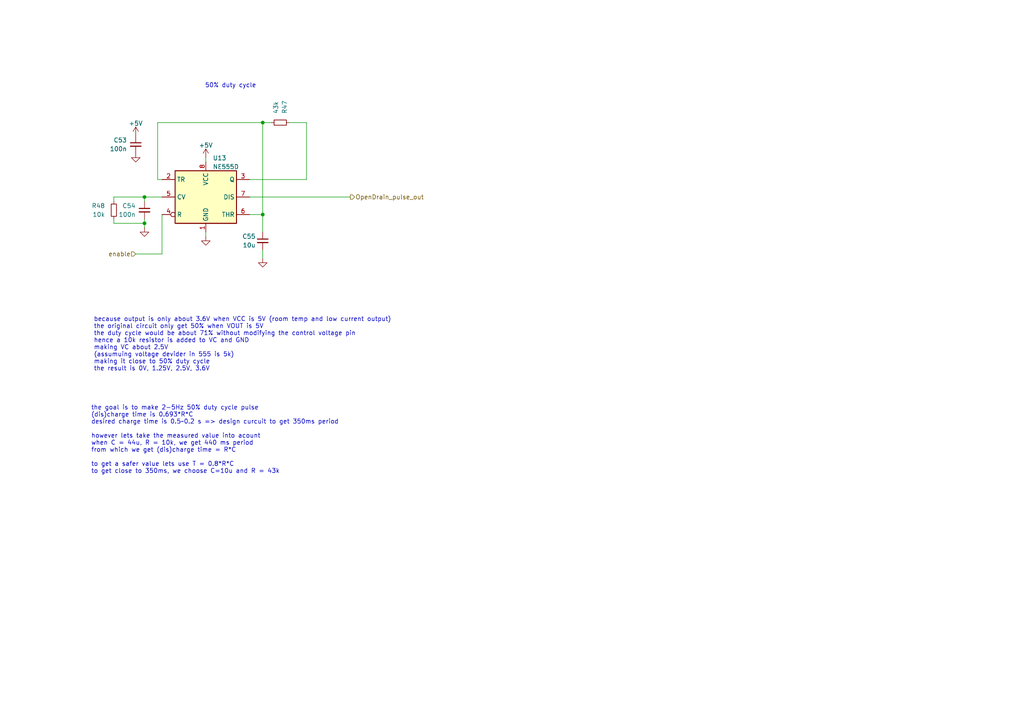
<source format=kicad_sch>
(kicad_sch (version 20231120) (generator "eeschema") (generator_version "8.0")
  (paper "A4")
  (title_block (title "HVB_LV1") (date "2025-05-18") (rev "3.1") (company "NTURacing") (comment 1 "Powertrain") (comment 2 "郭哲明 Jack Kuo"))
  (lib_symbols
    (symbol "Device:C_Small" (pin_numbers hide) (pin_names (offset 0.254) hide)
      (property "Reference" "C" (at 0.254 1.778 0))
      (property "Value" "C_Small" (at 0.254 -2.032 0))
      (symbol "C_Small_0_1"
        (polyline (pts (xy -1.524 -0.508) (xy 1.524 -0.508)) (stroke (width 0.3302)))
        (polyline (pts (xy -1.524 0.508) (xy 1.524 0.508)) (stroke (width 0.3048)))
      )
      (symbol "C_Small_1_1"
        (pin passive line (at 0 2.54 270) (length 2.032) (name "~") (number "1"))
        (pin passive line (at 0 -2.54 90) (length 2.032) (name "~") (number "2"))
      )
    )
    (symbol "Device:R_Small" (pin_numbers hide) (pin_names (offset 0.254) hide)
      (property "Reference" "R" (at 0.762 0.508 0))
      (property "Value" "R_Small" (at 0.762 -1.016 0))
      (symbol "R_Small_0_1"
        (rectangle (start -0.762 1.778) (end 0.762 -1.778) (stroke (width 0.2032)))
      )
      (symbol "R_Small_1_1"
        (pin passive line (at 0 2.54 270) (length 0.762) (name "~") (number "1"))
        (pin passive line (at 0 -2.54 90) (length 0.762) (name "~") (number "2"))
      )
    )
    (symbol "Timer:NE555D"
      (property "Reference" "U" (at -10.16 8.89 0))
      (property "Value" "NE555D" (at 2.54 8.89 0))
      (symbol "NE555D_0_0"
        (pin power_in line (at 0 -10.16 90) (length 2.54) (name "GND") (number "1"))
        (pin power_in line (at 0 10.16 270) (length 2.54) (name "VCC") (number "8"))
      )
      (symbol "NE555D_0_1"
        (rectangle (start -8.89 -7.62) (end 8.89 7.62) (stroke (width 0.254)) (fill (type background)))
        (rectangle (start -8.89 -7.62) (end 8.89 7.62) (stroke (width 0.254)) (fill (type background)))
      )
      (symbol "NE555D_1_1"
        (pin input line (at -12.7 5.08 0) (length 3.81) (name "TR") (number "2"))
        (pin output line (at 12.7 5.08 180) (length 3.81) (name "Q") (number "3"))
        (pin input inverted (at -12.7 -5.08 0) (length 3.81) (name "R") (number "4"))
        (pin input line (at -12.7 0 0) (length 3.81) (name "CV") (number "5"))
        (pin input line (at 12.7 -5.08 180) (length 3.81) (name "THR") (number "6"))
        (pin input line (at 12.7 0 180) (length 3.81) (name "DIS") (number "7"))
      )
    )
    (symbol "power:+5V" (power) (pin_numbers hide) (pin_names (offset 0) hide)
      (property "Value" "+5V" (at 0 3.556 0))
      (symbol "+5V_0_1"
        (polyline (pts (xy -0.762 1.27) (xy 0 2.54)))
        (polyline (pts (xy 0 0) (xy 0 2.54)))
        (polyline (pts (xy 0 2.54) (xy 0.762 1.27)))
      )
      (symbol "+5V_1_1"
        (pin power_in line (at 0 0 90) (length 0) (name "~") (number "1"))
      )
    )
    (symbol "power:GND" (power) (pin_numbers hide) (pin_names (offset 0) hide)
      (property "Value" "GND" (at 0 -3.81 0))
      (symbol "GND_0_1"
        (polyline (pts (xy 0 0) (xy 0 -1.27) (xy 1.27 -1.27) (xy 0 -2.54) (xy -1.27 -1.27) (xy 0 -1.27)))
      )
      (symbol "GND_1_1"
        (pin power_in line (at 0 0 270) (length 0) (name "~") (number "1"))
      )
    )
  )
  (junction (at 76.2 62.23))
  (junction (at 41.91 64.77))
  (junction (at 41.91 57.15))
  (junction (at 76.2 35.56))
  (wire (pts (xy 45.72 52.07) (xy 45.72 35.56)))
  (wire (pts (xy 33.02 64.77) (xy 33.02 63.5)))
  (wire (pts (xy 41.91 66.04) (xy 41.91 64.77)))
  (wire (pts (xy 33.02 57.15) (xy 41.91 57.15)))
  (wire (pts (xy 72.39 62.23) (xy 76.2 62.23)))
  (wire (pts (xy 46.99 73.66) (xy 46.99 62.23)))
  (wire (pts (xy 78.74 35.56) (xy 76.2 35.56)))
  (wire (pts (xy 41.91 64.77) (xy 41.91 63.5)))
  (wire (pts (xy 46.99 52.07) (xy 45.72 52.07)))
  (wire (pts (xy 39.37 73.66) (xy 46.99 73.66)))
  (wire (pts (xy 76.2 35.56) (xy 76.2 62.23)))
  (wire (pts (xy 76.2 72.39) (xy 76.2 74.93)))
  (wire (pts (xy 76.2 62.23) (xy 76.2 67.31)))
  (wire (pts (xy 59.69 68.58) (xy 59.69 67.31)))
  (wire (pts (xy 72.39 52.07) (xy 88.9 52.07)))
  (wire (pts (xy 41.91 57.15) (xy 46.99 57.15)))
  (wire (pts (xy 83.82 35.56) (xy 88.9 35.56)))
  (wire (pts (xy 41.91 57.15) (xy 41.91 58.42)))
  (wire (pts (xy 33.02 64.77) (xy 41.91 64.77)))
  (wire (pts (xy 45.72 35.56) (xy 76.2 35.56)))
  (wire (pts (xy 33.02 58.42) (xy 33.02 57.15)))
  (wire (pts (xy 88.9 35.56) (xy 88.9 52.07)))
  (wire (pts (xy 72.39 57.15) (xy 101.6 57.15)))
  (wire (pts (xy 59.69 45.72) (xy 59.69 46.99)))
  (text "the goal is to make 2-5Hz 50% duty cycle pulse\n(dis)charge time is 0.693*R*C\ndesired charge time is 0.5~0.2 s => design curcuit to get 350ms period\n\nhowever lets take the measured value into acount\nwhen C = 44u, R = 10k, we get 440 ms period\nfrom which we get (dis)charge time = R*C\n\nto get a safer value lets use T = 0.8*R*C\nto get close to 350ms, we choose C=10u and R = 43k" (at 26.416 117.602 0) (effects (font (size 1.27 1.27)) (justify left top)))
  (text "50% duty cycle" (at 59.436 24.13 0) (effects (font (size 1.27 1.27)) (justify left top)))
  (text "because output is only about 3.6V when VCC is 5V (room temp and low current output)\nthe original circuit only get 50% when VOUT is 5V\nthe duty cycle would be about 71% without modifying the control voltage pin\nhence a 10k resistor is added to VC and GND\nmaking VC about 2.5V\n(assumuing voltage devider in 555 is 5k)\nmaking it close to 50% duty cycle\nthe result is 0V, 1.25V, 2.5V, 3.6V\n" (at 27.178 91.948 0) (effects (font (size 1.27 1.27)) (justify left top)))
  (hierarchical_label "OpenDrain_pulse_out" (shape output) (at 101.6 57.15 0))
  (hierarchical_label "enable" (shape input) (at 39.37 73.66 180))
  (symbol (lib_id "Device:R_Small") (at 81.28 35.56 90) (mirror x) (unit 1)
    (property "Reference" "R47" (at 82.55 33.02 0) (effects (justify right)))
    (property "Value" "43k" (at 80.01 33.02 0) (effects (justify right)))
    (property "Footprint" "Resistor_SMD:R_0603_1608Metric" (effects (hide yes)))
    (property "Description" "Resistor, small symbol" (effects (hide yes)))
    (instances (project "HVB_LV1" (path "" (reference "R47") (unit 1)) (path "" (reference "R45") (unit 1))))
  )
  (symbol (lib_id "power:GND") (at 39.37 44.45 0) (unit 1)
    (property "Reference" "#PWR0146" (effects (hide yes)))
    (property "Value" "GND" (effects (hide yes)))
    (property "Description" "Power symbol creates a global label with name \"GND\" , ground" (effects (hide yes)))
    (instances (project "HVB_LV1" (path "" (reference "#PWR0146") (unit 1)) (path "" (reference "#PWR0140") (unit 1))))
  )
  (symbol (lib_id "power:GND") (at 59.69 68.58 0) (unit 1)
    (property "Reference" "#PWR0149" (effects (hide yes)))
    (property "Value" "GND" (effects (hide yes)))
    (property "Description" "Power symbol creates a global label with name \"GND\" , ground" (effects (hide yes)))
    (instances (project "HVB_LV1" (path "" (reference "#PWR0149") (unit 1)) (path "" (reference "#PWR0143") (unit 1))))
  )
  (symbol (lib_id "Timer:NE555D") (at 59.69 57.15 0) (unit 1)
    (property "Reference" "U13" (at 61.7094 45.8302 0) (effects (justify left)))
    (property "Value" "NE555D" (at 61.7094 48.3671 0) (effects (justify left)))
    (property "Footprint" "Package_SO:SOIC-8_3.9x4.9mm_P1.27mm" (effects (hide yes)))
    (property "Datasheet" "http://www.ti.com/lit/ds/symlink/ne555.pdf" (effects (hide yes)))
    (property "Description" "Precision Timers, 555 compatible, SOIC-8" (effects (hide yes)))
    (instances (project "HVB_LV1" (path "" (reference "U13") (unit 1)) (path "" (reference "U12") (unit 1))))
  )
  (symbol (lib_id "Device:R_Small") (at 33.02 60.96 0) (mirror x) (unit 1)
    (property "Reference" "R48" (at 30.48 59.69 0) (effects (justify right)))
    (property "Value" "10k" (at 30.48 62.23 0) (effects (justify right)))
    (property "Footprint" "Resistor_SMD:R_0603_1608Metric" (effects (hide yes)))
    (property "Description" "Resistor, small symbol" (effects (hide yes)))
    (instances (project "HVB_LV1" (path "" (reference "R48") (unit 1)) (path "" (reference "R46") (unit 1))))
  )
  (symbol (lib_id "power:+5V") (at 39.37 39.37 0) (unit 1)
    (property "Reference" "#PWR0145" (effects (hide yes)))
    (property "Value" "+5V" (at 39.37 35.7942 0))
    (property "Description" "Power symbol creates a global label with name \"+5V\"" (effects (hide yes)))
    (instances (project "HVB_LV1" (path "" (reference "#PWR0145") (unit 1)) (path "" (reference "#PWR0139") (unit 1))))
  )
  (symbol (lib_id "power:GND") (at 76.2 74.93 0) (unit 1)
    (property "Reference" "#PWR0150" (effects (hide yes)))
    (property "Value" "GND" (effects (hide yes)))
    (property "Description" "Power symbol creates a global label with name \"GND\" , ground" (effects (hide yes)))
    (instances (project "HVB_LV1" (path "" (reference "#PWR0150") (unit 1)) (path "" (reference "#PWR0144") (unit 1))))
  )
  (symbol (lib_id "Device:C_Small") (at 41.91 60.96 0) (mirror y) (unit 1)
    (property "Reference" "C54" (at 39.37 59.6963 0) (effects (justify left)))
    (property "Value" "100n" (at 39.37 62.2363 0) (effects (justify left)))
    (property "Footprint" "Capacitor_SMD:C_0603_1608Metric" (effects (hide yes)))
    (property "Description" "Unpolarized capacitor, small symbol" (effects (hide yes)))
    (instances (project "HVB_LV1" (path "" (reference "C54") (unit 1)) (path "" (reference "C51") (unit 1))))
  )
  (symbol (lib_id "Device:C_Small") (at 76.2 69.85 0) (unit 1)
    (property "Reference" "C55" (at 74.168 68.58 0) (effects (justify right)))
    (property "Value" "10u" (at 74.168 71.12 0) (effects (justify right)))
    (property "Footprint" "Capacitor_SMD:C_0805_2012Metric" (effects (hide yes)))
    (property "Description" "Unpolarized capacitor, small symbol" (effects (hide yes)))
    (instances (project "HVB_LV1" (path "" (reference "C55") (unit 1)) (path "" (reference "C52") (unit 1))))
  )
  (symbol (lib_id "Device:C_Small") (at 39.37 41.91 0) (mirror y) (unit 1)
    (property "Reference" "C53" (at 36.83 40.6463 0) (effects (justify left)))
    (property "Value" "100n" (at 36.83 43.1863 0) (effects (justify left)))
    (property "Footprint" "Capacitor_SMD:C_0603_1608Metric" (effects (hide yes)))
    (property "Description" "Unpolarized capacitor, small symbol" (effects (hide yes)))
    (instances (project "HVB_LV1" (path "" (reference "C53") (unit 1)) (path "" (reference "C50") (unit 1))))
  )
  (symbol (lib_id "power:GND") (at 41.91 66.04 0) (unit 1)
    (property "Reference" "#PWR0148" (effects (hide yes)))
    (property "Value" "GND" (effects (hide yes)))
    (property "Description" "Power symbol creates a global label with name \"GND\" , ground" (effects (hide yes)))
    (instances (project "HVB_LV1" (path "" (reference "#PWR0148") (unit 1)) (path "" (reference "#PWR0142") (unit 1))))
  )
  (symbol (lib_id "power:+5V") (at 59.69 45.72 0) (unit 1)
    (property "Reference" "#PWR0147" (effects (hide yes)))
    (property "Value" "+5V" (at 59.69 42.1442 0))
    (property "Description" "Power symbol creates a global label with name \"+5V\"" (effects (hide yes)))
    (instances (project "HVB_LV1" (path "" (reference "#PWR0147") (unit 1)) (path "" (reference "#PWR0141") (unit 1))))
  )
)
</source>
